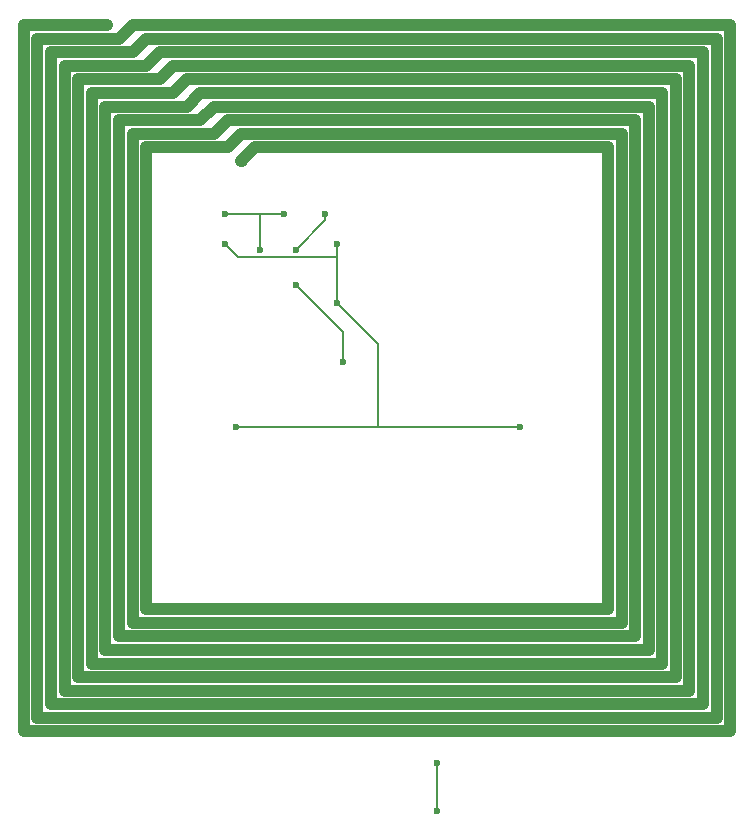
<source format=gbr>
%TF.GenerationSoftware,KiCad,Pcbnew,8.0.3-8.0.3-0~ubuntu24.04.1*%
%TF.CreationDate,2024-06-13T23:22:46+05:00*%
%TF.ProjectId,solartap_mcu_clear_60x60_g150,736f6c61-7274-4617-905f-6d63755f636c,rev?*%
%TF.SameCoordinates,Original*%
%TF.FileFunction,Copper,L2,Bot*%
%TF.FilePolarity,Positive*%
%FSLAX46Y46*%
G04 Gerber Fmt 4.6, Leading zero omitted, Abs format (unit mm)*
G04 Created by KiCad (PCBNEW 8.0.3-8.0.3-0~ubuntu24.04.1) date 2024-06-13 23:22:46*
%MOMM*%
%LPD*%
G01*
G04 APERTURE LIST*
%TA.AperFunction,ViaPad*%
%ADD10C,0.600000*%
%TD*%
%TA.AperFunction,Conductor*%
%ADD11C,0.200000*%
%TD*%
%TA.AperFunction,Conductor*%
%ADD12C,1.000000*%
%TD*%
G04 APERTURE END LIST*
D10*
%TO.N,+3.3V*%
X82000000Y-61000000D03*
X91500000Y-66000000D03*
X91500000Y-61000000D03*
X83000000Y-76500000D03*
X107000000Y-76500000D03*
%TO.N,GND*%
X88000000Y-61500000D03*
X100000000Y-105000000D03*
X92000000Y-71000000D03*
X88000000Y-64500000D03*
X100000000Y-109000000D03*
X87000000Y-58500000D03*
X90500000Y-58500000D03*
X85000000Y-61500000D03*
X82000000Y-58500000D03*
%TO.N,Net-(U1-NFC1{slash}P0.09)*%
X72000000Y-42500000D03*
X83500000Y-54000000D03*
%TD*%
D11*
%TO.N,+3.3V*%
X91500000Y-66000000D02*
X95000000Y-69500000D01*
X95000000Y-76500000D02*
X107000000Y-76500000D01*
X91500000Y-62000000D02*
X91500000Y-66000000D01*
X95000000Y-69500000D02*
X95000000Y-76500000D01*
X91500000Y-61000000D02*
X91500000Y-62000000D01*
X83100000Y-62100000D02*
X91400000Y-62100000D01*
X82000000Y-61000000D02*
X83100000Y-62100000D01*
X91400000Y-62100000D02*
X91500000Y-62000000D01*
X107000000Y-76500000D02*
X83000000Y-76500000D01*
%TO.N,GND*%
X100000000Y-105000000D02*
X100000000Y-109000000D01*
X92000000Y-68500000D02*
X92000000Y-71000000D01*
X88000000Y-64500000D02*
X92000000Y-68500000D01*
X88000000Y-61500000D02*
X90500000Y-59000000D01*
X85000000Y-61500000D02*
X85000000Y-58500000D01*
X84000000Y-58500000D02*
X87000000Y-58500000D01*
X90500000Y-59000000D02*
X90500000Y-58500000D01*
X82000000Y-58500000D02*
X84000000Y-58500000D01*
D12*
%TO.N,Net-(U1-NFC1{slash}P0.09)*%
X83500000Y-54000000D02*
X83400000Y-54000000D01*
X82250000Y-52850000D02*
X75350000Y-52850000D01*
X83400000Y-51700000D02*
X82250000Y-52850000D01*
X75350000Y-45950000D02*
X68450000Y-45950000D01*
X82250000Y-50550000D02*
X81100000Y-51700000D01*
X68450000Y-98850000D02*
X121350000Y-98850000D01*
X74200000Y-93100000D02*
X115600000Y-93100000D01*
X81100000Y-51700000D02*
X74200000Y-51700000D01*
X83500000Y-53900000D02*
X83500000Y-54000000D01*
X123650000Y-43650000D02*
X75350000Y-43650000D01*
X79950000Y-48250000D02*
X78800000Y-49400000D01*
X120200000Y-97700000D02*
X120200000Y-47100000D01*
X120200000Y-47100000D02*
X78800000Y-47100000D01*
X74200000Y-42500000D02*
X73050000Y-43650000D01*
X73050000Y-50550000D02*
X73050000Y-94250000D01*
X78800000Y-49400000D02*
X71900000Y-49400000D01*
X114450000Y-52850000D02*
X84550000Y-52850000D01*
X122500000Y-44800000D02*
X76500000Y-44800000D01*
X72000000Y-42500000D02*
X65000000Y-42500000D01*
X70750000Y-48250000D02*
X70750000Y-96550000D01*
X75350000Y-91950000D02*
X114450000Y-91950000D01*
X116750000Y-94250000D02*
X116750000Y-50550000D01*
X114450000Y-91950000D02*
X114450000Y-52850000D01*
X76500000Y-44800000D02*
X75350000Y-45950000D01*
X77650000Y-48250000D02*
X70750000Y-48250000D01*
X121350000Y-98850000D02*
X121350000Y-45950000D01*
X77650000Y-45950000D02*
X76500000Y-47100000D01*
X67300000Y-44800000D02*
X67300000Y-100000000D01*
X122500000Y-100000000D02*
X122500000Y-44800000D01*
X66150000Y-101150000D02*
X123650000Y-101150000D01*
X71900000Y-49400000D02*
X71900000Y-95400000D01*
X119050000Y-48250000D02*
X79950000Y-48250000D01*
X69600000Y-47100000D02*
X69600000Y-97700000D01*
X124800000Y-102300000D02*
X124800000Y-42500000D01*
X71900000Y-95400000D02*
X117900000Y-95400000D01*
X73050000Y-94250000D02*
X116750000Y-94250000D01*
X121350000Y-45950000D02*
X77650000Y-45950000D01*
X75350000Y-52850000D02*
X75350000Y-91950000D01*
X65000000Y-102300000D02*
X124800000Y-102300000D01*
X74200000Y-44800000D02*
X67300000Y-44800000D01*
X74200000Y-51700000D02*
X74200000Y-93100000D01*
X66150000Y-43650000D02*
X66150000Y-101150000D01*
X75350000Y-43650000D02*
X74200000Y-44800000D01*
X117900000Y-49400000D02*
X81100000Y-49400000D01*
X67300000Y-100000000D02*
X122500000Y-100000000D01*
X81100000Y-49400000D02*
X79950000Y-50550000D01*
X116750000Y-50550000D02*
X82250000Y-50550000D01*
X79950000Y-50550000D02*
X73050000Y-50550000D01*
X78800000Y-47100000D02*
X77650000Y-48250000D01*
X115600000Y-51700000D02*
X83400000Y-51700000D01*
X68450000Y-45950000D02*
X68450000Y-98850000D01*
X69600000Y-97700000D02*
X120200000Y-97700000D01*
X115600000Y-93100000D02*
X115600000Y-51700000D01*
X65000000Y-42500000D02*
X65000000Y-102300000D01*
X123650000Y-101150000D02*
X123650000Y-43650000D01*
X119050000Y-96550000D02*
X119050000Y-48250000D01*
X84550000Y-52850000D02*
X83500000Y-53900000D01*
X83400000Y-54000000D02*
X83400000Y-54000000D01*
X76500000Y-47100000D02*
X69600000Y-47100000D01*
X71900000Y-42500000D02*
X72000000Y-42500000D01*
X117900000Y-95400000D02*
X117900000Y-49400000D01*
X124800000Y-42500000D02*
X74200000Y-42500000D01*
X73050000Y-43650000D02*
X66150000Y-43650000D01*
X70750000Y-96550000D02*
X119050000Y-96550000D01*
%TD*%
M02*

</source>
